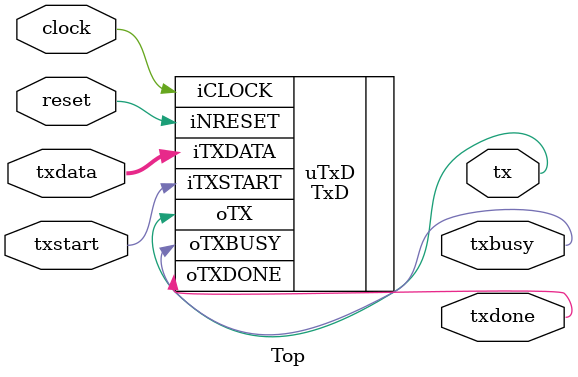
<source format=v>

module Top (
    input  wire       clock,
    input  wire       reset,
    input  wire       txstart,
    input  wire [7:0] txdata,
    output wire       tx,
    output wire       txbusy,
    output wire       txdone
);

TxD uTxD(
    .iCLOCK  (clock  ),
    .iNRESET (reset  ),
    .iTXSTART(txstart),
    .iTXDATA (txdata ),
    .oTX     (tx     ),
    .oTXBUSY (txbusy ),
    .oTXDONE (txdone )
);
    
endmodule
</source>
